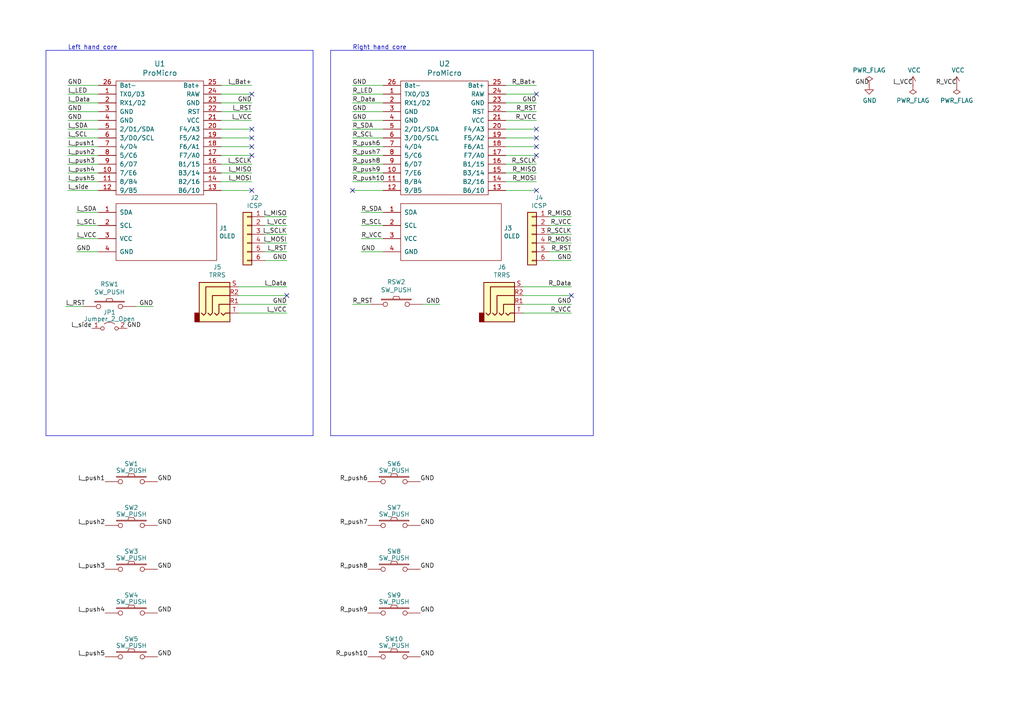
<source format=kicad_sch>
(kicad_sch (version 20230121) (generator eeschema)
  (paper "A4")
  (lib_symbols
    (symbol "Connector:AudioJack4"
      (property "Reference" "J" (at 0 8.89 0))
      (property "Value" "AudioJack4" (at 0 6.35 0))
      (symbol "AudioJack4_0_1"
        (rectangle (start -6.35 -5.08) (end -7.62 -7.62) (stroke (width 0.254)) (fill (type outline)))
        (polyline (pts (xy 0 -5.08) (xy 0.635 -5.715) (xy 1.27 -5.08) (xy 2.54 -5.08)) (stroke (width 0.254)))
        (polyline (pts (xy -5.715 -5.08) (xy -5.08 -5.715) (xy -4.445 -5.08) (xy -4.445 2.54) (xy 2.54 2.54)) (stroke (width 0.254)))
        (polyline (pts (xy -1.905 -5.08) (xy -1.27 -5.715) (xy -0.635 -5.08) (xy -0.635 -2.54) (xy 2.54 -2.54)) (stroke (width 0.254)))
        (polyline (pts (xy 2.54 0) (xy -2.54 0) (xy -2.54 -5.08) (xy -3.175 -5.715) (xy -3.81 -5.08)) (stroke (width 0.254)))
        (rectangle (start 2.54 3.81) (end -6.35 -7.62) (stroke (width 0.254)) (fill (type background)))
      )
      (symbol "AudioJack4_1_1"
        (pin passive line (at 5.08 -2.54 180) (length 2.54) (name "~") (number "R1"))
        (pin passive line (at 5.08 0 180) (length 2.54) (name "~") (number "R2"))
        (pin passive line (at 5.08 2.54 180) (length 2.54) (name "~") (number "S"))
        (pin passive line (at 5.08 -5.08 180) (length 2.54) (name "~") (number "T"))
      )
    )
    (symbol "Connector_Generic:Conn_01x06" (pin_names (offset 1.016) hide)
      (property "Reference" "J" (at 0 7.62 0))
      (property "Value" "Conn_01x06" (at 0 -10.16 0))
      (symbol "Conn_01x06_1_1"
        (rectangle (start -1.27 -7.493) (end 0 -7.747) (stroke (width 0.1524)))
        (rectangle (start -1.27 -4.953) (end 0 -5.207) (stroke (width 0.1524)))
        (rectangle (start -1.27 -2.413) (end 0 -2.667) (stroke (width 0.1524)))
        (rectangle (start -1.27 0.127) (end 0 -0.127) (stroke (width 0.1524)))
        (rectangle (start -1.27 2.667) (end 0 2.413) (stroke (width 0.1524)))
        (rectangle (start -1.27 5.207) (end 0 4.953) (stroke (width 0.1524)))
        (rectangle (start -1.27 6.35) (end 1.27 -8.89) (stroke (width 0.254)) (fill (type background)))
        (pin passive line (at -5.08 5.08 0) (length 3.81) (name "Pin_1") (number "1"))
        (pin passive line (at -5.08 2.54 0) (length 3.81) (name "Pin_2") (number "2"))
        (pin passive line (at -5.08 0 0) (length 3.81) (name "Pin_3") (number "3"))
        (pin passive line (at -5.08 -2.54 0) (length 3.81) (name "Pin_4") (number "4"))
        (pin passive line (at -5.08 -5.08 0) (length 3.81) (name "Pin_5") (number "5"))
        (pin passive line (at -5.08 -7.62 0) (length 3.81) (name "Pin_6") (number "6"))
      )
    )
    (symbol "Jumper:Jumper_2_Open" (pin_names (offset 0) hide)
      (property "Reference" "JP" (at 0 2.794 0))
      (property "Value" "Jumper_2_Open" (at 0 -2.286 0))
      (symbol "Jumper_2_Open_0_0"
        (circle (center -2.032 0) (radius 0.508))
        (circle (center 2.032 0) (radius 0.508))
      )
      (symbol "Jumper_2_Open_0_1"
        (arc (start 1.524 1.27) (mid 0 1.778) (end -1.524 1.27))
      )
      (symbol "Jumper_2_Open_1_1"
        (pin passive line (at -5.08 0 0) (length 2.54) (name "A") (number "1"))
        (pin passive line (at 5.08 0 180) (length 2.54) (name "B") (number "2"))
      )
    )
    (symbol "Marby-kicad-library:ProMicro" (pin_names (offset 1.016))
      (property "Reference" "U" (at 0 25.4 0))
      (property "Value" "ProMicro" (at 0 0 0))
      (symbol "ProMicro_0_1"
        (rectangle (start -12.7 22.86) (end 12.7 -10.16))
      )
      (symbol "ProMicro_1_1"
        (pin bidirectional line (at -17.78 19.05 0) (length 5.08) (name "TX0/D3") (number "1"))
        (pin bidirectional line (at -17.78 -3.81 0) (length 5.08) (name "7/E6") (number "10"))
        (pin bidirectional line (at -17.78 -6.35 0) (length 5.08) (name "8/B4") (number "11"))
        (pin bidirectional line (at -17.78 -8.89 0) (length 5.08) (name "9/B5") (number "12"))
        (pin bidirectional line (at 17.78 -8.89 180) (length 5.08) (name "B6/10") (number "13"))
        (pin bidirectional line (at 17.78 -6.35 180) (length 5.08) (name "B2/16") (number "14"))
        (pin bidirectional line (at 17.78 -3.81 180) (length 5.08) (name "B3/14") (number "15"))
        (pin bidirectional line (at 17.78 -1.27 180) (length 5.08) (name "B1/15") (number "16"))
        (pin bidirectional line (at 17.78 1.27 180) (length 5.08) (name "F7/A0") (number "17"))
        (pin bidirectional line (at 17.78 3.81 180) (length 5.08) (name "F6/A1") (number "18"))
        (pin bidirectional line (at 17.78 6.35 180) (length 5.08) (name "F5/A2") (number "19"))
        (pin bidirectional line (at -17.78 16.51 0) (length 5.08) (name "RX1/D2") (number "2"))
        (pin bidirectional line (at 17.78 8.89 180) (length 5.08) (name "F4/A3") (number "20"))
        (pin power_in line (at 17.78 11.43 180) (length 5.08) (name "VCC") (number "21"))
        (pin input line (at 17.78 13.97 180) (length 5.08) (name "RST") (number "22"))
        (pin power_in line (at 17.78 16.51 180) (length 5.08) (name "GND") (number "23"))
        (pin power_out line (at 17.78 19.05 180) (length 5.08) (name "RAW") (number "24"))
        (pin power_in line (at 17.78 21.59 180) (length 5.08) (name "Bat+") (number "25"))
        (pin power_in line (at -17.78 21.59 0) (length 5.08) (name "Bat-") (number "26"))
        (pin power_in line (at -17.78 13.97 0) (length 5.08) (name "GND") (number "3"))
        (pin power_in line (at -17.78 11.43 0) (length 5.08) (name "GND") (number "4"))
        (pin bidirectional line (at -17.78 8.89 0) (length 5.08) (name "2/D1/SDA") (number "5"))
        (pin bidirectional line (at -17.78 6.35 0) (length 5.08) (name "3/D0/SCL") (number "6"))
        (pin bidirectional line (at -17.78 3.81 0) (length 5.08) (name "4/D4") (number "7"))
        (pin bidirectional line (at -17.78 1.27 0) (length 5.08) (name "5/C6") (number "8"))
        (pin bidirectional line (at -17.78 -1.27 0) (length 5.08) (name "6/D7") (number "9"))
      )
    )
    (symbol "SW_PUSH_1" (pin_numbers hide) (pin_names (offset 1.016) hide)
      (property "Reference" "SW" (at 3.81 2.794 0))
      (property "Value" "SW_PUSH" (at 0 -2.032 0))
      (symbol "SW_PUSH_1_0_1"
        (rectangle (start -4.318 1.27) (end 4.318 1.524))
        (polyline (pts (xy -1.016 1.524) (xy -0.762 2.286) (xy 0.762 2.286) (xy 1.016 1.524)))
        (pin passive inverted (at -7.62 0 0) (length 5.08) (name "1") (number "1"))
        (pin passive inverted (at 7.62 0 180) (length 5.08) (name "2") (number "2"))
      )
    )
    (symbol "kbd:OLED" (pin_names (offset 1.016))
      (property "Reference" "OL" (at 0 2.54 0))
      (property "Value" "OLED" (at 0 -1.27 0))
      (symbol "OLED_0_1"
        (rectangle (start -13.97 8.89) (end 15.24 -7.62))
      )
      (symbol "OLED_1_1"
        (pin bidirectional line (at -19.05 6.35 0) (length 5.08) (name "SDA") (number "1"))
        (pin bidirectional line (at -19.05 2.54 0) (length 5.08) (name "SCL") (number "2"))
        (pin power_in line (at -19.05 -1.27 0) (length 5.08) (name "VCC") (number "3"))
        (pin power_in line (at -19.05 -5.08 0) (length 5.08) (name "GND") (number "4"))
      )
    )
    (symbol "kbd:SW_PUSH" (pin_numbers hide) (pin_names (offset 1.016) hide)
      (property "Reference" "SW" (at 3.81 2.794 0))
      (property "Value" "SW_PUSH" (at 0 -2.032 0))
      (symbol "SW_PUSH_0_1"
        (rectangle (start -4.318 1.27) (end 4.318 1.524))
        (polyline (pts (xy -1.016 1.524) (xy -0.762 2.286) (xy 0.762 2.286) (xy 1.016 1.524)))
        (pin passive inverted (at -7.62 0 0) (length 5.08) (name "1") (number "1"))
        (pin passive inverted (at 7.62 0 180) (length 5.08) (name "2") (number "2"))
      )
    )
    (symbol "power:GND" (power) (pin_names (offset 0))
      (property "Value" "GND" (at 0 -3.81 0))
      (symbol "GND_0_1"
        (polyline (pts (xy 0 0) (xy 0 -1.27) (xy 1.27 -1.27) (xy 0 -2.54) (xy -1.27 -1.27) (xy 0 -1.27)))
      )
      (symbol "GND_1_1"
        (pin power_in line (at 0 0 270) (length 0) hide (name "GND") (number "1"))
      )
    )
    (symbol "power:PWR_FLAG" (power) (pin_numbers hide) (pin_names (offset 0) hide)
      (property "Value" "PWR_FLAG" (at 0 3.81 0))
      (symbol "PWR_FLAG_0_0"
        (pin power_out line (at 0 0 90) (length 0) (name "pwr") (number "1"))
      )
      (symbol "PWR_FLAG_0_1"
        (polyline (pts (xy 0 0) (xy 0 1.27) (xy -1.016 1.905) (xy 0 2.54) (xy 1.016 1.905) (xy 0 1.27)))
      )
    )
    (symbol "power:VCC" (power) (pin_names (offset 0))
      (property "Value" "VCC" (at 0 3.81 0))
      (symbol "VCC_0_1"
        (polyline (pts (xy -0.762 1.27) (xy 0 2.54)))
        (polyline (pts (xy 0 0) (xy 0 2.54)))
        (polyline (pts (xy 0 2.54) (xy 0.762 1.27)))
      )
      (symbol "VCC_1_1"
        (pin power_in line (at 0 0 90) (length 0) hide (name "VCC") (number "1"))
      )
    )
  )
  (no_connect (at 155.575 27.305))
  (no_connect (at 73.025 40.005))
  (no_connect (at 102.235 55.245))
  (no_connect (at 155.575 37.465))
  (no_connect (at 73.025 27.305))
  (no_connect (at 155.575 55.245))
  (no_connect (at 155.575 45.085))
  (no_connect (at 155.575 42.545))
  (no_connect (at 73.025 37.465))
  (no_connect (at 83.185 85.725))
  (no_connect (at 73.025 42.545))
  (no_connect (at 73.025 45.085))
  (no_connect (at 165.735 85.725))
  (no_connect (at 155.575 40.005))
  (no_connect (at 73.025 55.245))
  (wire (pts (xy 24.13 88.9) (xy 19.05 88.9)))
  (wire (pts (xy 76.835 62.865) (xy 83.185 62.865)))
  (wire (pts (xy 64.135 42.545) (xy 73.025 42.545)))
  (polyline (pts (xy 95.885 14.605) (xy 95.885 126.365)))
  (wire (pts (xy 146.685 42.545) (xy 155.575 42.545)))
  (polyline (pts (xy 95.885 126.365) (xy 172.085 126.365)))
  (wire (pts (xy 64.135 52.705) (xy 73.025 52.705)))
  (wire (pts (xy 104.775 61.595) (xy 111.125 61.595)))
  (wire (pts (xy 159.385 62.865) (xy 165.735 62.865)))
  (wire (pts (xy 102.235 40.005) (xy 111.125 40.005)))
  (wire (pts (xy 151.765 88.265) (xy 165.735 88.265)))
  (wire (pts (xy 102.235 45.085) (xy 111.125 45.085)))
  (wire (pts (xy 64.135 27.305) (xy 73.025 27.305)))
  (wire (pts (xy 19.685 55.245) (xy 28.575 55.245)))
  (wire (pts (xy 64.135 55.245) (xy 73.025 55.245)))
  (wire (pts (xy 69.215 85.725) (xy 83.185 85.725)))
  (wire (pts (xy 19.685 45.085) (xy 28.575 45.085)))
  (wire (pts (xy 146.685 45.085) (xy 155.575 45.085)))
  (wire (pts (xy 28.575 65.405) (xy 22.225 65.405)))
  (wire (pts (xy 69.215 83.185) (xy 83.185 83.185)))
  (wire (pts (xy 159.385 70.485) (xy 165.735 70.485)))
  (wire (pts (xy 19.685 29.845) (xy 28.575 29.845)))
  (wire (pts (xy 102.235 32.385) (xy 111.125 32.385)))
  (wire (pts (xy 64.135 29.845) (xy 73.025 29.845)))
  (wire (pts (xy 111.125 73.025) (xy 104.775 73.025)))
  (wire (pts (xy 64.135 32.385) (xy 73.025 32.385)))
  (polyline (pts (xy 172.085 14.605) (xy 95.885 14.605)))
  (wire (pts (xy 64.135 34.925) (xy 73.025 34.925)))
  (wire (pts (xy 146.685 52.705) (xy 155.575 52.705)))
  (wire (pts (xy 146.685 37.465) (xy 155.575 37.465)))
  (polyline (pts (xy 13.335 126.365) (xy 90.805 126.365)))
  (wire (pts (xy 146.685 55.245) (xy 155.575 55.245)))
  (wire (pts (xy 159.385 75.565) (xy 165.735 75.565)))
  (wire (pts (xy 64.135 37.465) (xy 73.025 37.465)))
  (wire (pts (xy 22.225 61.595) (xy 28.575 61.595)))
  (wire (pts (xy 159.385 67.945) (xy 165.735 67.945)))
  (polyline (pts (xy 90.805 126.365) (xy 90.805 14.605)))
  (wire (pts (xy 151.765 85.725) (xy 165.735 85.725)))
  (wire (pts (xy 159.385 73.025) (xy 165.735 73.025)))
  (wire (pts (xy 76.835 70.485) (xy 83.185 70.485)))
  (wire (pts (xy 146.685 29.845) (xy 155.575 29.845)))
  (wire (pts (xy 19.685 40.005) (xy 28.575 40.005)))
  (wire (pts (xy 76.835 65.405) (xy 83.185 65.405)))
  (wire (pts (xy 76.835 75.565) (xy 83.185 75.565)))
  (wire (pts (xy 146.685 34.925) (xy 155.575 34.925)))
  (polyline (pts (xy 13.335 14.605) (xy 13.335 126.365)))
  (wire (pts (xy 102.235 52.705) (xy 111.125 52.705)))
  (wire (pts (xy 102.235 37.465) (xy 111.125 37.465)))
  (wire (pts (xy 64.135 47.625) (xy 73.025 47.625)))
  (wire (pts (xy 102.235 34.925) (xy 111.125 34.925)))
  (wire (pts (xy 19.685 27.305) (xy 28.575 27.305)))
  (wire (pts (xy 102.235 55.245) (xy 111.125 55.245)))
  (wire (pts (xy 19.685 37.465) (xy 28.575 37.465)))
  (wire (pts (xy 22.225 69.215) (xy 28.575 69.215)))
  (wire (pts (xy 28.575 73.025) (xy 22.225 73.025)))
  (wire (pts (xy 19.685 47.625) (xy 28.575 47.625)))
  (wire (pts (xy 69.215 90.805) (xy 83.185 90.805)))
  (wire (pts (xy 64.135 24.765) (xy 73.025 24.765)))
  (polyline (pts (xy 13.335 14.605) (xy 90.805 14.605)))
  (wire (pts (xy 151.765 83.185) (xy 165.735 83.185)))
  (wire (pts (xy 76.835 67.945) (xy 83.185 67.945)))
  (wire (pts (xy 146.685 27.305) (xy 155.575 27.305)))
  (wire (pts (xy 19.685 34.925) (xy 28.575 34.925)))
  (wire (pts (xy 102.235 24.765) (xy 111.125 24.765)))
  (wire (pts (xy 19.685 50.165) (xy 28.575 50.165)))
  (wire (pts (xy 64.135 40.005) (xy 73.025 40.005)))
  (wire (pts (xy 151.765 90.805) (xy 165.735 90.805)))
  (wire (pts (xy 102.235 29.845) (xy 111.125 29.845)))
  (wire (pts (xy 19.685 24.765) (xy 28.575 24.765)))
  (wire (pts (xy 107.315 88.265) (xy 102.235 88.265)))
  (wire (pts (xy 69.215 88.265) (xy 83.185 88.265)))
  (wire (pts (xy 64.135 50.165) (xy 73.025 50.165)))
  (wire (pts (xy 104.775 69.215) (xy 111.125 69.215)))
  (wire (pts (xy 19.685 32.385) (xy 28.575 32.385)))
  (wire (pts (xy 159.385 65.405) (xy 165.735 65.405)))
  (wire (pts (xy 146.685 50.165) (xy 155.575 50.165)))
  (wire (pts (xy 122.555 88.265) (xy 127.635 88.265)))
  (wire (pts (xy 102.235 50.165) (xy 111.125 50.165)))
  (wire (pts (xy 102.235 47.625) (xy 111.125 47.625)))
  (wire (pts (xy 146.685 40.005) (xy 155.575 40.005)))
  (polyline (pts (xy 172.085 126.365) (xy 172.085 14.605)))
  (wire (pts (xy 19.685 42.545) (xy 28.575 42.545)))
  (wire (pts (xy 39.37 88.9) (xy 44.45 88.9)))
  (wire (pts (xy 19.685 52.705) (xy 28.575 52.705)))
  (wire (pts (xy 111.125 65.405) (xy 104.775 65.405)))
  (wire (pts (xy 76.835 73.025) (xy 83.185 73.025)))
  (wire (pts (xy 102.235 27.305) (xy 111.125 27.305)))
  (wire (pts (xy 102.235 42.545) (xy 111.125 42.545)))
  (wire (pts (xy 146.685 32.385) (xy 155.575 32.385)))
  (wire (pts (xy 146.685 24.765) (xy 155.575 24.765)))
  (wire (pts (xy 64.135 45.085) (xy 73.025 45.085)))
  (wire (pts (xy 146.685 47.625) (xy 155.575 47.625)))
  (text "Left hand core" (at 19.685 14.605 0) (effects (font (size 1.27 1.27)) (justify left bottom)))
  (text "Right hand core" (at 102.235 14.605 0) (effects (font (size 1.27 1.27)) (justify left bottom)))
  (label "GND" (at 102.235 34.925 0))
  (label "GND" (at 83.185 75.565 180))
  (label "L_push2" (at 30.48 152.4 180))
  (label "L_Bat+" (at 73.025 24.765 180))
  (label "R_push9" (at 106.68 177.8 180))
  (label "L_push3" (at 19.685 47.625 0))
  (label "L_push2" (at 19.685 45.085 0))
  (label "R_SCL" (at 104.775 65.405 0))
  (label "R_MISO" (at 165.735 62.865 180))
  (label "GND" (at 121.92 165.1 0))
  (label "GND" (at 165.735 75.565 180))
  (label "GND" (at 19.685 34.925 0))
  (label "L_SDA" (at 19.685 37.465 0))
  (label "GND" (at 83.185 88.265 180))
  (label "R_MISO" (at 155.575 50.165 180))
  (label "L_RST" (at 19.05 88.9 0))
  (label "L_MOSI" (at 83.185 70.485 180))
  (label "L_SCL" (at 22.225 65.405 0))
  (label "R_RST" (at 155.575 32.385 180))
  (label "L_SCL" (at 19.685 40.005 0))
  (label "L_side" (at 19.685 55.245 0))
  (label "R_MOSI" (at 165.735 70.485 180))
  (label "L_side" (at 26.67 95.25 180))
  (label "GND" (at 102.235 24.765 0))
  (label "R_VCC" (at 165.735 90.805 180))
  (label "R_LED" (at 102.235 27.305 0))
  (label "L_VCC" (at 83.185 90.805 180))
  (label "L_push5" (at 30.48 190.5 180))
  (label "R_RST" (at 102.235 88.265 0))
  (label "R_push8" (at 106.68 165.1 180))
  (label "GND" (at 45.72 152.4 0))
  (label "R_Bat+" (at 155.575 24.765 180))
  (label "L_LED" (at 19.685 27.305 0))
  (label "GND" (at 45.72 165.1 0))
  (label "L_MISO" (at 73.025 50.165 180))
  (label "GND" (at 252.095 24.765 180))
  (label "GND" (at 121.92 139.7 0))
  (label "GND" (at 121.92 190.5 0))
  (label "GND" (at 36.83 95.25 0))
  (label "R_SDA" (at 102.235 37.465 0))
  (label "L_Data" (at 19.685 29.845 0))
  (label "L_SDA" (at 22.225 61.595 0))
  (label "R_push9" (at 102.235 50.165 0))
  (label "L_SCLK" (at 83.185 67.945 180))
  (label "L_push1" (at 30.48 139.7 180))
  (label "L_MISO" (at 83.185 62.865 180))
  (label "GND" (at 44.45 88.9 180))
  (label "R_push6" (at 102.235 42.545 0))
  (label "R_SCL" (at 102.235 40.005 0))
  (label "L_VCC" (at 73.025 34.925 180))
  (label "GND" (at 22.225 73.025 0))
  (label "GND" (at 127.635 88.265 180))
  (label "L_MOSI" (at 73.025 52.705 180))
  (label "L_SCLK" (at 73.025 47.625 180))
  (label "L_push4" (at 19.685 50.165 0))
  (label "GND" (at 102.235 32.385 0))
  (label "GND" (at 121.92 177.8 0))
  (label "R_SCLK" (at 155.575 47.625 180))
  (label "GND" (at 45.72 139.7 0))
  (label "L_Data" (at 83.185 83.185 180))
  (label "R_Data" (at 102.235 29.845 0))
  (label "R_push7" (at 102.235 45.085 0))
  (label "L_VCC" (at 22.225 69.215 0))
  (label "L_push1" (at 19.685 42.545 0))
  (label "R_VCC" (at 165.735 65.405 180))
  (label "L_push4" (at 30.48 177.8 180))
  (label "GND" (at 73.025 29.845 180))
  (label "R_VCC" (at 277.495 24.765 180))
  (label "GND" (at 45.72 190.5 0))
  (label "R_VCC" (at 104.775 69.215 0))
  (label "L_RST" (at 83.185 73.025 180))
  (label "L_push3" (at 30.48 165.1 180))
  (label "R_push6" (at 106.68 139.7 180))
  (label "L_push5" (at 19.685 52.705 0))
  (label "R_SDA" (at 104.775 61.595 0))
  (label "R_push8" (at 102.235 47.625 0))
  (label "R_VCC" (at 155.575 34.925 180))
  (label "L_VCC" (at 83.185 65.405 180))
  (label "GND" (at 45.72 177.8 0))
  (label "R_push7" (at 106.68 152.4 180))
  (label "L_VCC" (at 264.795 24.765 180))
  (label "GND" (at 121.92 152.4 0))
  (label "GND" (at 19.685 32.385 0))
  (label "R_SCLK" (at 165.735 67.945 180))
  (label "R_Data" (at 165.735 83.185 180))
  (label "R_MOSI" (at 155.575 52.705 180))
  (label "L_RST" (at 73.025 32.385 180))
  (label "GND" (at 165.735 88.265 180))
  (label "R_push10" (at 106.68 190.5 180))
  (label "R_push10" (at 102.235 52.705 0))
  (label "GND" (at 104.775 73.025 0))
  (label "R_RST" (at 165.735 73.025 180))
  (label "GND" (at 155.575 29.845 180))
  (label "GND" (at 19.685 24.765 0))
  (symbol (lib_id "Jumper:Jumper_2_Open") (at 31.75 95.25 0) (unit 1)
    (property "Reference" "JP1" (at 31.75 90.5891 0))
    (property "Value" "Jumper_2_Open" (at 31.75 92.5101 0))
    (property "Footprint" "Jumper:SolderJumper-2_P1.3mm_Open_TrianglePad1.0x1.5mm" (effects hide))
  )
  (symbol (lib_id "power:PWR_FLAG") (at 277.495 24.765 180) (unit 1)
    (property "Reference" "#FLG03" (effects hide))
    (property "Value" "PWR_FLAG" (at 277.495 29.1592 0))
  )
  (symbol (lib_name "SW_PUSH_1") (lib_id "kbd:SW_PUSH") (at 114.3 139.7 0) (mirror y) (unit 1)
    (property "Reference" "SW6" (at 114.3 134.5311 0))
    (property "Value" "SW_PUSH" (at 114.3 136.4521 0))
    (property "Footprint" "Marby_kbd_footprint:CherryMXSwitch_hotswap_1_00u" (effects hide))
  )
  (symbol (lib_id "Connector_Generic:Conn_01x06") (at 154.305 67.945 0) (mirror y) (unit 1)
    (property "Reference" "J4" (at 156.3878 57.3532 0))
    (property "Value" "ICSP" (at 156.3878 59.6646 0))
    (property "Footprint" "Marby_Library:ICSP" (effects hide))
  )
  (symbol (lib_id "Connector:AudioJack4") (at 146.685 85.725 0) (unit 1)
    (property "Reference" "J6" (at 145.5928 77.47 0))
    (property "Value" "TRRS" (at 145.5928 79.7814 0))
    (property "Footprint" "Marby_Library:MJ-4PP-9_1side" (effects hide))
  )
  (symbol (lib_id "power:PWR_FLAG") (at 252.095 24.765 0) (unit 1)
    (property "Reference" "#FLG01" (effects hide))
    (property "Value" "PWR_FLAG" (at 252.095 20.3708 0))
  )
  (symbol (lib_name "SW_PUSH_1") (lib_id "kbd:SW_PUSH") (at 38.1 139.7 0) (mirror y) (unit 1)
    (property "Reference" "SW1" (at 38.1 134.5311 0))
    (property "Value" "SW_PUSH" (at 38.1 136.4521 0))
    (property "Footprint" "Marby_kbd_footprint:CherryMXSwitch_hotswap_1_00u" (effects hide))
  )
  (symbol (lib_name "SW_PUSH_1") (lib_id "kbd:SW_PUSH") (at 38.1 190.5 0) (unit 1)
    (property "Reference" "SW5" (at 38.1 185.3311 0))
    (property "Value" "SW_PUSH" (at 38.1 187.2521 0))
    (property "Footprint" "Marby_kbd_footprint:CherryMXSwitch_hotswap_1_00u" (effects hide))
  )
  (symbol (lib_name "SW_PUSH_1") (lib_id "kbd:SW_PUSH") (at 114.3 177.8 0) (unit 1)
    (property "Reference" "SW9" (at 114.3 172.6311 0))
    (property "Value" "SW_PUSH" (at 114.3 174.5521 0))
    (property "Footprint" "Marby_kbd_footprint:CherryMXSwitch_hotswap_1_00u" (effects hide))
  )
  (symbol (lib_id "Connector:AudioJack4") (at 64.135 85.725 0) (unit 1)
    (property "Reference" "J5" (at 63.0428 77.47 0))
    (property "Value" "TRRS" (at 63.0428 79.7814 0))
    (property "Footprint" "Marby_Library:MJ-4PP-9_1side" (effects hide))
  )
  (symbol (lib_id "power:PWR_FLAG") (at 264.795 24.765 180) (unit 1)
    (property "Reference" "#FLG02" (effects hide))
    (property "Value" "PWR_FLAG" (at 264.795 29.1592 0))
  )
  (symbol (lib_id "kbd:OLED") (at 130.175 67.945 0) (unit 1)
    (property "Reference" "J3" (at 146.1262 66.1924 0) (effects (font (size 1.2954 1.2954)) (justify left)))
    (property "Value" "OLED" (at 146.1262 68.4784 0) (effects (font (size 1.1938 1.1938)) (justify left)))
    (property "Footprint" "Marby_kbd_footprint:OLED" (effects hide))
  )
  (symbol (lib_id "kbd:SW_PUSH") (at 31.75 88.9 0) (mirror y) (unit 1)
    (property "Reference" "RSW1" (at 31.75 82.423 0))
    (property "Value" "SW_PUSH" (at 31.75 84.7344 0))
    (property "Footprint" "Marby_kbd_footprint:ResetSW_1side" (effects hide))
    (property "LCSC" "220Ω" (effects hide))
  )
  (symbol (lib_name "SW_PUSH_1") (lib_id "kbd:SW_PUSH") (at 114.3 165.1 0) (unit 1)
    (property "Reference" "SW8" (at 114.3 159.9311 0))
    (property "Value" "SW_PUSH" (at 114.3 161.8521 0))
    (property "Footprint" "Marby_kbd_footprint:CherryMXSwitch_hotswap_1_00u" (effects hide))
  )
  (symbol (lib_id "Connector_Generic:Conn_01x06") (at 71.755 67.945 0) (mirror y) (unit 1)
    (property "Reference" "J2" (at 73.8378 57.3532 0))
    (property "Value" "ICSP" (at 73.8378 59.6646 0))
    (property "Footprint" "Marby_Library:ICSP" (effects hide))
  )
  (symbol (lib_id "power:VCC") (at 264.795 24.765 0) (unit 1)
    (property "Reference" "#PWR02" (effects hide))
    (property "Value" "VCC" (at 265.176 20.3708 0))
  )
  (symbol (lib_id "kbd:SW_PUSH") (at 114.935 88.265 0) (unit 1)
    (property "Reference" "RSW2" (at 114.935 81.788 0))
    (property "Value" "SW_PUSH" (at 114.935 84.0994 0))
    (property "Footprint" "Marby_kbd_footprint:ResetSW_1side" (effects hide))
    (property "LCSC" "220Ω" (effects hide))
  )
  (symbol (lib_name "SW_PUSH_1") (lib_id "kbd:SW_PUSH") (at 38.1 152.4 0) (mirror y) (unit 1)
    (property "Reference" "SW2" (at 38.1 147.2311 0))
    (property "Value" "SW_PUSH" (at 38.1 149.1521 0))
    (property "Footprint" "Marby_kbd_footprint:CherryMXSwitch_hotswap_1_00u" (effects hide))
  )
  (symbol (lib_id "power:VCC") (at 277.495 24.765 0) (unit 1)
    (property "Reference" "#PWR03" (effects hide))
    (property "Value" "VCC" (at 277.876 20.3708 0))
  )
  (symbol (lib_name "SW_PUSH_1") (lib_id "kbd:SW_PUSH") (at 38.1 165.1 0) (mirror y) (unit 1)
    (property "Reference" "SW3" (at 38.1 159.9311 0))
    (property "Value" "SW_PUSH" (at 38.1 161.8521 0))
    (property "Footprint" "Marby_kbd_footprint:CherryMXSwitch_hotswap_1_00u" (effects hide))
  )
  (symbol (lib_id "Marby-kicad-library:ProMicro") (at 46.355 46.355 0) (unit 1)
    (property "Reference" "U1" (at 46.355 18.4912 0) (effects (font (size 1.524 1.524))))
    (property "Value" "ProMicro" (at 46.355 21.1836 0) (effects (font (size 1.524 1.524))))
    (property "Footprint" "Marby_kbd_footprint:Board_BMP_Flip_Side" (effects hide))
  )
  (symbol (lib_name "SW_PUSH_1") (lib_id "kbd:SW_PUSH") (at 38.1 177.8 0) (mirror y) (unit 1)
    (property "Reference" "SW4" (at 38.1 172.6311 0))
    (property "Value" "SW_PUSH" (at 38.1 174.5521 0))
    (property "Footprint" "Marby_kbd_footprint:CherryMXSwitch_hotswap_1_00u" (effects hide))
  )
  (symbol (lib_id "power:GND") (at 252.095 24.765 0) (unit 1)
    (property "Reference" "#PWR01" (effects hide))
    (property "Value" "GND" (at 252.222 29.1592 0))
  )
  (symbol (lib_id "kbd:OLED") (at 47.625 67.945 0) (unit 1)
    (property "Reference" "J1" (at 63.5762 66.1924 0) (effects (font (size 1.2954 1.2954)) (justify left)))
    (property "Value" "OLED" (at 63.5762 68.4784 0) (effects (font (size 1.1938 1.1938)) (justify left)))
    (property "Footprint" "Marby_kbd_footprint:OLED" (effects hide))
  )
  (symbol (lib_name "SW_PUSH_1") (lib_id "kbd:SW_PUSH") (at 114.3 190.5 0) (unit 1)
    (property "Reference" "SW10" (at 114.3 185.3311 0))
    (property "Value" "SW_PUSH" (at 114.3 187.2521 0))
    (property "Footprint" "Marby_kbd_footprint:CherryMXSwitch_hotswap_1_00u" (effects hide))
  )
  (symbol (lib_name "SW_PUSH_1") (lib_id "kbd:SW_PUSH") (at 114.3 152.4 0) (unit 1)
    (property "Reference" "SW7" (at 114.3 147.2311 0))
    (property "Value" "SW_PUSH" (at 114.3 149.1521 0))
    (property "Footprint" "Marby_kbd_footprint:CherryMXSwitch_hotswap_1_00u" (effects hide))
  )
  (symbol (lib_id "Marby-kicad-library:ProMicro") (at 128.905 46.355 0) (unit 1)
    (property "Reference" "U2" (at 128.905 18.4912 0) (effects (font (size 1.524 1.524))))
    (property "Value" "ProMicro" (at 128.905 21.1836 0) (effects (font (size 1.524 1.524))))
    (property "Footprint" "Marby_kbd_footprint:Board_BMP_Flip_Side" (effects hide))
  )
)
</source>
